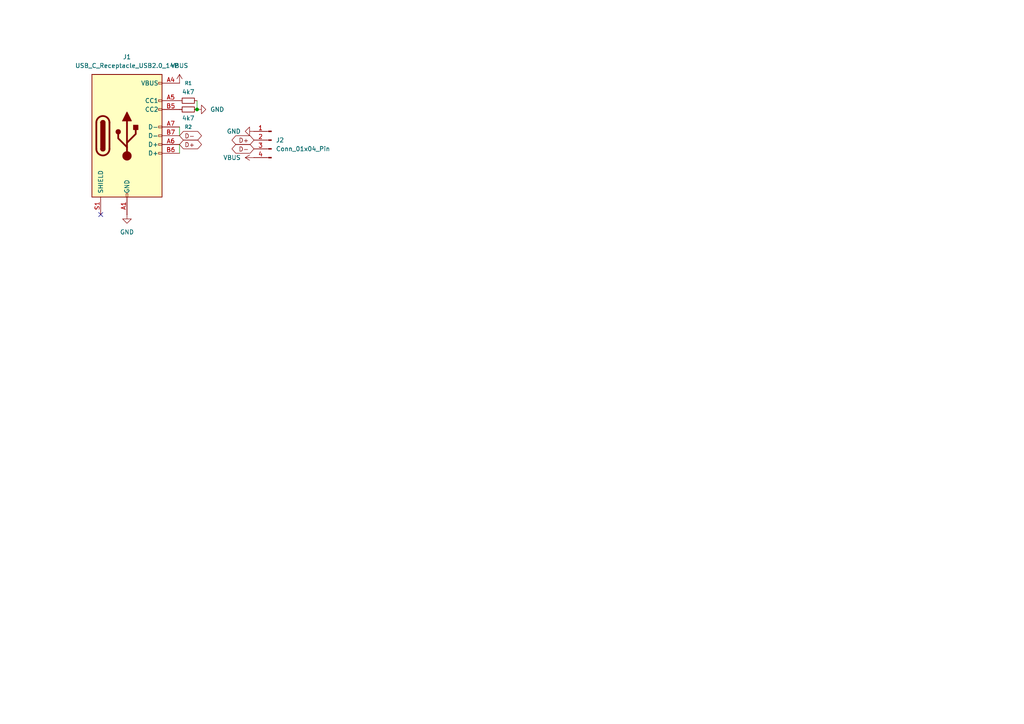
<source format=kicad_sch>
(kicad_sch (version 20250114) (generator "eeschema") (generator_version "9.0")
  (paper "A4")
  (lib_symbols
    (symbol "Connector:Conn_01x04_Pin" (pin_names (offset 1.016) (hide yes))
      (property "Reference" "J" (at 0 5.08 0))
      (property "Value" "Conn_01x04_Pin" (at 0 -7.62 0))
      (symbol "Conn_01x04_Pin_1_1"
        (rectangle (start 0.8636 2.667) (end 0 2.413) (stroke (width 0.1524)) (fill (type outline)))
        (rectangle (start 0.8636 0.127) (end 0 -0.127) (stroke (width 0.1524)) (fill (type outline)))
        (rectangle (start 0.8636 -2.413) (end 0 -2.667) (stroke (width 0.1524)) (fill (type outline)))
        (rectangle (start 0.8636 -4.953) (end 0 -5.207) (stroke (width 0.1524)) (fill (type outline)))
        (polyline (pts (xy 1.27 2.54) (xy 0.8636 2.54)) (stroke (width 0.1524)))
        (polyline (pts (xy 1.27 0) (xy 0.8636 0)) (stroke (width 0.1524)))
        (polyline (pts (xy 1.27 -2.54) (xy 0.8636 -2.54)) (stroke (width 0.1524)))
        (polyline (pts (xy 1.27 -5.08) (xy 0.8636 -5.08)) (stroke (width 0.1524)))
        (pin passive line (at 5.08 2.54 180) (length 3.81) (name "Pin_1") (number "1"))
        (pin passive line (at 5.08 0 180) (length 3.81) (name "Pin_2") (number "2"))
        (pin passive line (at 5.08 -2.54 180) (length 3.81) (name "Pin_3") (number "3"))
        (pin passive line (at 5.08 -5.08 180) (length 3.81) (name "Pin_4") (number "4"))
      )
    )
    (symbol "Connector:USB_C_Receptacle_USB2.0_14P" (pin_names (offset 1.016))
      (property "Reference" "J" (at 0 22.225 0))
      (property "Value" "USB_C_Receptacle_USB2.0_14P" (at 0 19.685 0))
      (symbol "USB_C_Receptacle_USB2.0_14P_0_0"
        (rectangle (start -0.254 -17.78) (end 0.254 -16.764))
        (rectangle (start 10.16 15.494) (end 9.144 14.986))
        (rectangle (start 10.16 10.414) (end 9.144 9.906))
        (rectangle (start 10.16 7.874) (end 9.144 7.366))
        (rectangle (start 10.16 2.794) (end 9.144 2.286))
        (rectangle (start 10.16 0.254) (end 9.144 -0.254))
        (rectangle (start 10.16 -2.286) (end 9.144 -2.794))
        (rectangle (start 10.16 -4.826) (end 9.144 -5.334))
      )
      (symbol "USB_C_Receptacle_USB2.0_14P_0_1"
        (rectangle (start -10.16 17.78) (end 10.16 -17.78) (stroke (width 0.254)) (fill (type background)))
        (polyline (pts (xy -8.89 -3.81) (xy -8.89 3.81)) (stroke (width 0.508)))
        (rectangle (start -7.62 -3.81) (end -6.35 3.81) (stroke (width 0.254)) (fill (type outline)))
        (arc (start -7.62 3.81) (mid -6.985 4.4423) (end -6.35 3.81) (stroke (width 0.254)))
        (arc (start -7.62 3.81) (mid -6.985 4.4423) (end -6.35 3.81) (stroke (width 0.254)) (fill (type outline)))
        (arc (start -8.89 3.81) (mid -6.985 5.7067) (end -5.08 3.81) (stroke (width 0.508)))
        (arc (start -5.08 -3.81) (mid -6.985 -5.7067) (end -8.89 -3.81) (stroke (width 0.508)))
        (arc (start -6.35 -3.81) (mid -6.985 -4.4423) (end -7.62 -3.81) (stroke (width 0.254)))
        (arc (start -6.35 -3.81) (mid -6.985 -4.4423) (end -7.62 -3.81) (stroke (width 0.254)) (fill (type outline)))
        (polyline (pts (xy -5.08 3.81) (xy -5.08 -3.81)) (stroke (width 0.508)))
        (circle (center -2.54 1.143) (radius 0.635) (stroke (width 0.254)) (fill (type outline)))
        (polyline (pts (xy -1.27 4.318) (xy 0 6.858) (xy 1.27 4.318) (xy -1.27 4.318)) (stroke (width 0.254)) (fill (type outline)))
        (polyline (pts (xy 0 -2.032) (xy 2.54 0.508) (xy 2.54 1.778)) (stroke (width 0.508)))
        (polyline (pts (xy 0 -3.302) (xy -2.54 -0.762) (xy -2.54 0.508)) (stroke (width 0.508)))
        (polyline (pts (xy 0 -5.842) (xy 0 4.318)) (stroke (width 0.508)))
        (circle (center 0 -5.842) (radius 1.27) (fill (type outline)))
        (rectangle (start 1.905 1.778) (end 3.175 3.048) (stroke (width 0.254)) (fill (type outline)))
      )
      (symbol "USB_C_Receptacle_USB2.0_14P_1_1"
        (pin passive line (at -7.62 -22.86 90) (length 5.08) (name "SHIELD") (number "S1"))
        (pin passive line (at 0 -22.86 90) (length 5.08) (name "GND") (number "A1"))
        (pin passive line (at 0 -22.86 90) (length 5.08) (hide yes) (name "GND") (number "A12"))
        (pin passive line (at 0 -22.86 90) (length 5.08) (hide yes) (name "GND") (number "B1"))
        (pin passive line (at 0 -22.86 90) (length 5.08) (hide yes) (name "GND") (number "B12"))
        (pin passive line (at 15.24 15.24 180) (length 5.08) (name "VBUS") (number "A4"))
        (pin passive line (at 15.24 15.24 180) (length 5.08) (hide yes) (name "VBUS") (number "A9"))
        (pin passive line (at 15.24 15.24 180) (length 5.08) (hide yes) (name "VBUS") (number "B4"))
        (pin passive line (at 15.24 15.24 180) (length 5.08) (hide yes) (name "VBUS") (number "B9"))
        (pin bidirectional line (at 15.24 10.16 180) (length 5.08) (name "CC1") (number "A5"))
        (pin bidirectional line (at 15.24 7.62 180) (length 5.08) (name "CC2") (number "B5"))
        (pin bidirectional line (at 15.24 2.54 180) (length 5.08) (name "D-") (number "A7"))
        (pin bidirectional line (at 15.24 0 180) (length 5.08) (name "D-") (number "B7"))
        (pin bidirectional line (at 15.24 -2.54 180) (length 5.08) (name "D+") (number "A6"))
        (pin bidirectional line (at 15.24 -5.08 180) (length 5.08) (name "D+") (number "B6"))
      )
    )
    (symbol "Device:R_Small" (pin_numbers (hide yes)) (pin_names (offset 0.254) (hide yes))
      (property "Reference" "R" (at 0 0 90))
      (property "Value" "R_Small" (at 1.778 0 90))
      (symbol "R_Small_0_1"
        (rectangle (start -0.762 1.778) (end 0.762 -1.778) (stroke (width 0.2032)))
      )
      (symbol "R_Small_1_1"
        (pin passive line (at 0 2.54 270) (length 0.762) (name "~") (number "1"))
        (pin passive line (at 0 -2.54 90) (length 0.762) (name "~") (number "2"))
      )
    )
    (symbol "power:GND" (power) (pin_numbers (hide yes)) (pin_names (offset 0) (hide yes))
      (property "Value" "GND" (at 0 -3.81 0))
      (symbol "GND_0_1"
        (polyline (pts (xy 0 0) (xy 0 -1.27) (xy 1.27 -1.27) (xy 0 -2.54) (xy -1.27 -1.27) (xy 0 -1.27)))
      )
      (symbol "GND_1_1"
        (pin power_in line (at 0 0 270) (length 0) (name "~") (number "1"))
      )
    )
    (symbol "power:VBUS" (power) (pin_numbers (hide yes)) (pin_names (offset 0) (hide yes))
      (property "Value" "VBUS" (at 0 3.556 0))
      (symbol "VBUS_0_1"
        (polyline (pts (xy -0.762 1.27) (xy 0 2.54)))
        (polyline (pts (xy 0 2.54) (xy 0.762 1.27)))
        (polyline (pts (xy 0 0) (xy 0 2.54)))
      )
      (symbol "VBUS_1_1"
        (pin power_in line (at 0 0 90) (length 0) (name "~") (number "1"))
      )
    )
  )
  (junction (at 57.15 31.75))
  (no_connect (at 29.21 62.23))
  (wire (pts (xy 52.07 36.83) (xy 52.07 39.37)))
  (wire (pts (xy 57.15 29.21) (xy 57.15 31.75)))
  (wire (pts (xy 52.07 41.91) (xy 52.07 44.45)))
  (global_label "D+" (shape bidirectional) (at 52.07 41.91 0) (property "Intersheetrefs" "${INTERSHEET_REFS}" (effects (hide yes))))
  (global_label "D-" (shape bidirectional) (at 52.07 39.37 0) (property "Intersheetrefs" "${INTERSHEET_REFS}" (effects (hide yes))))
  (global_label "D-" (shape bidirectional) (at 73.66 43.18 180) (property "Intersheetrefs" "${INTERSHEET_REFS}" (effects (hide yes))))
  (global_label "D+" (shape bidirectional) (at 73.66 40.64 180) (property "Intersheetrefs" "${INTERSHEET_REFS}" (effects (hide yes))))
  (symbol (lib_id "power:VBUS") (at 52.07 24.13 0) (unit 1)
    (property "Reference" "#PWR03" (effects (hide yes)))
    (property "Value" "VBUS" (at 52.07 19.05 0))
    (property "Description" "Power symbol creates a global label with name \"VBUS\"" (effects (hide yes)))
  )
  (symbol (lib_id "power:VBUS") (at 73.66 45.72 90) (unit 1)
    (property "Reference" "#PWR05" (effects (hide yes)))
    (property "Value" "VBUS" (at 69.85 45.7199 90) (effects (justify left)))
    (property "Description" "Power symbol creates a global label with name \"VBUS\"" (effects (hide yes)))
  )
  (symbol (lib_id "power:GND") (at 57.15 31.75 90) (unit 1)
    (property "Reference" "#PWR01" (effects (hide yes)))
    (property "Value" "GND" (at 60.96 31.7499 90) (effects (justify right)))
    (property "Description" "Power symbol creates a global label with name \"GND\" , ground" (effects (hide yes)))
  )
  (symbol (lib_id "Connector:Conn_01x04_Pin") (at 78.74 40.64 0) (mirror y) (unit 1)
    (property "Reference" "J2" (at 80.01 40.6399 0) (effects (justify right)))
    (property "Value" "Conn_01x04_Pin" (at 80.01 43.1799 0) (effects (justify right)))
    (property "Footprint" "Connector_PinHeader_2.54mm:PinHeader_1x04_P2.54mm_Vertical" (effects (hide yes)))
    (property "Description" "Generic connector, single row, 01x04, script generated" (effects (hide yes)))
  )
  (symbol (lib_id "Device:R_Small") (at 54.61 31.75 90) (mirror x) (unit 1)
    (property "Reference" "R2" (at 54.61 36.83 90) (effects (font (size 1.016 1.016))))
    (property "Value" "4k7" (at 54.61 34.29 90))
    (property "Footprint" "Resistor_SMD:R_0603_1608Metric" (effects (hide yes)))
    (property "Description" "Resistor, small symbol" (effects (hide yes)))
  )
  (symbol (lib_id "Connector:USB_C_Receptacle_USB2.0_14P") (at 36.83 39.37 0) (unit 1)
    (property "Reference" "J1" (at 36.83 16.51 0))
    (property "Value" "USB_C_Receptacle_USB2.0_14P" (at 36.83 19.05 0))
    (property "Footprint" "Library:USB-C" (effects (hide yes)))
    (property "Datasheet" "https://www.usb.org/sites/default/files/documents/usb_type-c.zip" (effects (hide yes)))
    (property "Description" "USB 2.0-only 14P Type-C Receptacle connector" (effects (hide yes)))
  )
  (symbol (lib_id "Device:R_Small") (at 54.61 29.21 90) (unit 1)
    (property "Reference" "R1" (at 54.61 24.13 90) (effects (font (size 1.016 1.016))))
    (property "Value" "4k7" (at 54.61 26.67 90))
    (property "Footprint" "Resistor_SMD:R_0603_1608Metric" (effects (hide yes)))
    (property "Description" "Resistor, small symbol" (effects (hide yes)))
  )
  (symbol (lib_id "power:GND") (at 73.66 38.1 270) (unit 1)
    (property "Reference" "#PWR04" (effects (hide yes)))
    (property "Value" "GND" (at 69.85 38.0999 90) (effects (justify right)))
    (property "Description" "Power symbol creates a global label with name \"GND\" , ground" (effects (hide yes)))
  )
  (symbol (lib_id "power:GND") (at 36.83 62.23 0) (unit 1)
    (property "Reference" "#PWR02" (effects (hide yes)))
    (property "Value" "GND" (at 36.83 67.31 0))
    (property "Description" "Power symbol creates a global label with name \"GND\" , ground" (effects (hide yes)))
  )
)
</source>
